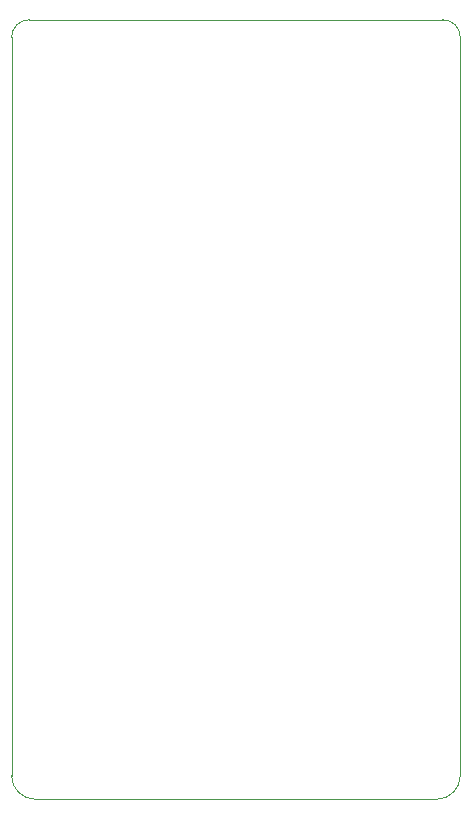
<source format=gbr>
G04 #@! TF.GenerationSoftware,KiCad,Pcbnew,(5.1.5)-3*
G04 #@! TF.CreationDate,2020-09-28T00:58:47+02:00*
G04 #@! TF.ProjectId,joytester,6a6f7974-6573-4746-9572-2e6b69636164,rev?*
G04 #@! TF.SameCoordinates,Original*
G04 #@! TF.FileFunction,Profile,NP*
%FSLAX46Y46*%
G04 Gerber Fmt 4.6, Leading zero omitted, Abs format (unit mm)*
G04 Created by KiCad (PCBNEW (5.1.5)-3) date 2020-09-28 00:58:47*
%MOMM*%
%LPD*%
G04 APERTURE LIST*
%ADD10C,0.050000*%
G04 APERTURE END LIST*
D10*
X129500000Y-73500000D02*
G75*
G02X131000000Y-72000000I1500000J0D01*
G01*
X166000000Y-72000000D02*
G75*
G02X167500000Y-73500000I0J-1500000D01*
G01*
X167500000Y-136000000D02*
G75*
G02X165500000Y-138000000I-2000000J0D01*
G01*
X131500000Y-138000000D02*
G75*
G02X129500000Y-136000000I0J2000000D01*
G01*
X129500000Y-73500000D02*
X129500000Y-136000000D01*
X131500000Y-138000000D02*
X165500000Y-138000000D01*
X167500000Y-136000000D02*
X167500000Y-73500000D01*
X166000000Y-72000000D02*
X131000000Y-72000000D01*
M02*

</source>
